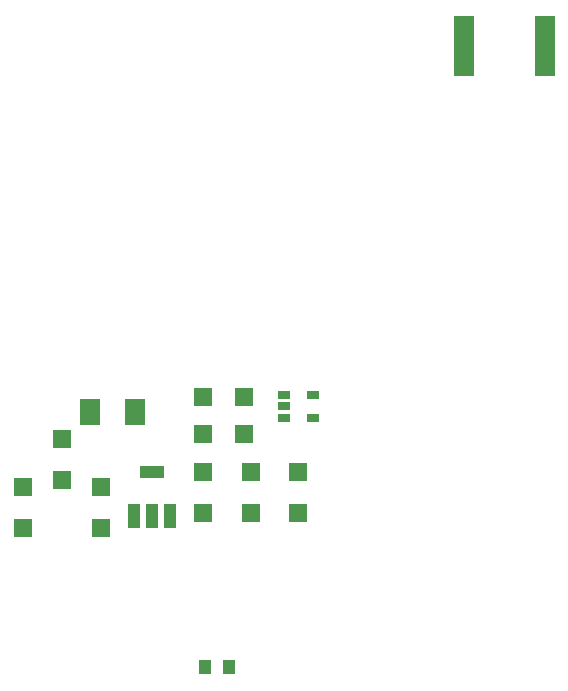
<source format=gbp>
G04*
G04 #@! TF.GenerationSoftware,Altium Limited,Altium Designer,22.3.1 (43)*
G04*
G04 Layer_Color=128*
%FSLAX24Y24*%
%MOIN*%
G70*
G04*
G04 #@! TF.SameCoordinates,61A4D5B3-3B2A-409B-9F35-3F3BF520A47B*
G04*
G04*
G04 #@! TF.FilePolarity,Positive*
G04*
G01*
G75*
%ADD51R,0.0700X0.2000*%
%ADD52R,0.0700X0.0850*%
%ADD53R,0.0400X0.0500*%
%ADD54R,0.0433X0.0256*%
%ADD55R,0.0600X0.0600*%
%ADD56R,0.0600X0.0600*%
%ADD57R,0.0394X0.0787*%
%ADD58R,0.0787X0.0394*%
D51*
X26022Y78000D02*
D03*
X28699D02*
D03*
D52*
X13552Y65800D02*
D03*
X15048D02*
D03*
D53*
X17376Y57309D02*
D03*
X18176D02*
D03*
D54*
X20972Y65626D02*
D03*
Y66374D02*
D03*
X20028D02*
D03*
Y66000D02*
D03*
Y65626D02*
D03*
D55*
X17326Y63800D02*
D03*
Y62450D02*
D03*
X18926Y63800D02*
D03*
Y62450D02*
D03*
X20473D02*
D03*
Y63800D02*
D03*
X12600Y64904D02*
D03*
Y63554D02*
D03*
X11300Y63300D02*
D03*
Y61950D02*
D03*
X13900Y63300D02*
D03*
Y61950D02*
D03*
D56*
X18676Y66300D02*
D03*
X17326D02*
D03*
X18676Y65066D02*
D03*
X17326D02*
D03*
D57*
X16200Y62352D02*
D03*
X15609D02*
D03*
X15019D02*
D03*
D58*
X15609Y63809D02*
D03*
M02*

</source>
